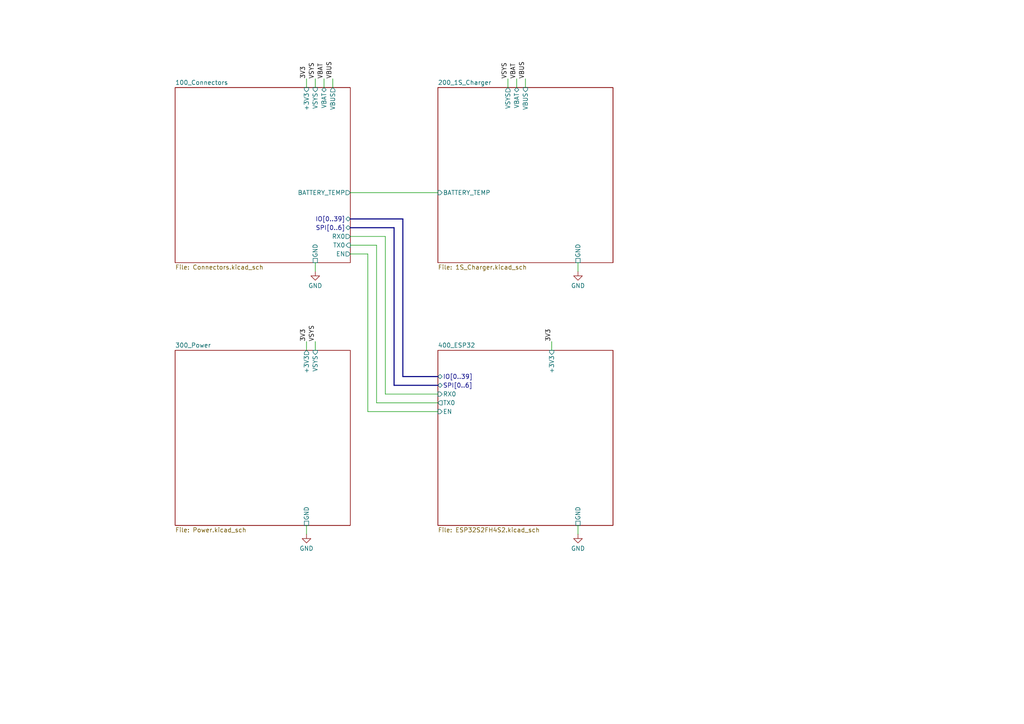
<source format=kicad_sch>
(kicad_sch (version 20230121) (generator eeschema)
  (paper "A4")
  (title_block (title "PSoM - ESP S3") (date "2023-04-17") (rev "HW00") (company "PumaCorp"))
  (lib_symbols
    (symbol "power:GND" (power) (pin_names (offset 0))
      (property "Value" "GND" (at 0 -3.81 0))
      (symbol "GND_0_1"
        (polyline (pts (xy 0 0) (xy 0 -1.27) (xy 1.27 -1.27) (xy 0 -2.54) (xy -1.27 -1.27) (xy 0 -1.27)))
      )
      (symbol "GND_1_1"
        (pin power_in line (at 0 0 270) (length 0) hide (name "GND") (number "1"))
      )
    )
  )
  (wire (pts (xy 127 114.3) (xy 111.76 114.3)))
  (wire (pts (xy 147.32 22.86) (xy 147.32 25.4)))
  (bus (pts (xy 114.3 111.76) (xy 127 111.76)))
  (wire (pts (xy 167.64 152.4) (xy 167.64 154.94)))
  (wire (pts (xy 93.98 22.86) (xy 93.98 25.4)))
  (wire (pts (xy 109.22 71.12) (xy 109.22 116.84)))
  (wire (pts (xy 96.52 22.86) (xy 96.52 25.4)))
  (wire (pts (xy 101.6 73.66) (xy 106.68 73.66)))
  (wire (pts (xy 91.44 76.2) (xy 91.44 78.74)))
  (wire (pts (xy 106.68 73.66) (xy 106.68 119.38)))
  (wire (pts (xy 111.76 114.3) (xy 111.76 68.58)))
  (wire (pts (xy 88.9 152.4) (xy 88.9 154.94)))
  (bus (pts (xy 116.84 109.22) (xy 116.84 63.5)))
  (bus (pts (xy 127 109.22) (xy 116.84 109.22)))
  (wire (pts (xy 106.68 119.38) (xy 127 119.38)))
  (wire (pts (xy 111.76 68.58) (xy 101.6 68.58)))
  (bus (pts (xy 114.3 66.04) (xy 114.3 111.76)))
  (wire (pts (xy 91.44 22.86) (xy 91.44 25.4)))
  (wire (pts (xy 167.64 76.2) (xy 167.64 78.74)))
  (wire (pts (xy 109.22 116.84) (xy 127 116.84)))
  (wire (pts (xy 101.6 71.12) (xy 109.22 71.12)))
  (wire (pts (xy 91.44 99.06) (xy 91.44 101.6)))
  (wire (pts (xy 152.4 22.86) (xy 152.4 25.4)))
  (bus (pts (xy 101.6 66.04) (xy 114.3 66.04)))
  (bus (pts (xy 116.84 63.5) (xy 101.6 63.5)))
  (wire (pts (xy 149.86 22.86) (xy 149.86 25.4)))
  (wire (pts (xy 101.6 55.88) (xy 127 55.88)))
  (wire (pts (xy 88.9 22.86) (xy 88.9 25.4)))
  (wire (pts (xy 160.02 99.06) (xy 160.02 101.6)))
  (wire (pts (xy 88.9 99.06) (xy 88.9 101.6)))
  (label "3V3" (at 88.9 22.86 90))
  (label "3V3" (at 88.9 99.06 90))
  (label "3V3" (at 160.02 99.06 90))
  (label "VBUS" (at 96.52 22.86 90))
  (label "VSYS" (at 147.32 22.86 90))
  (label "VBUS" (at 152.4 22.86 90))
  (label "VSYS" (at 91.44 22.86 90))
  (label "VSYS" (at 91.44 99.06 90))
  (label "VBAT" (at 149.86 22.86 90))
  (label "VBAT" (at 93.98 22.86 90))
  (symbol (lib_id "power:GND") (at 167.64 154.94 0) (unit 1)
    (property "Reference" "#PWR08" (effects hide))
    (property "Value" "GND" (at 167.64 159.0755 0))
  )
  (symbol (lib_id "power:GND") (at 91.44 78.74 0) (unit 1)
    (property "Reference" "#PWR06" (effects hide))
    (property "Value" "GND" (at 91.44 82.8755 0))
  )
  (symbol (lib_id "power:GND") (at 167.64 78.74 0) (unit 1)
    (property "Reference" "#PWR07" (effects hide))
    (property "Value" "GND" (at 167.64 82.8755 0))
  )
  (symbol (lib_id "power:GND") (at 88.9 154.94 0) (unit 1)
    (property "Reference" "#PWR09" (effects hide))
    (property "Value" "GND" (at 88.9 159.0755 0))
  )
  (sheet (at 127 25.4) (size 50.8 50.8) (stroke (width 0.1524))
    (property "Sheetname" "200_1S_Charger" (at 127 24.6884 0) (effects (justify left bottom)))
    (property "Sheetfile" "1S_Charger.kicad_sch" (at 127 76.7846 0) (effects (justify left top)))
    (pin "VSYS" output (at 147.32 25.4 90))
    (pin "VBUS" input (at 152.4 25.4 90))
    (pin "VBAT" bidirectional (at 149.86 25.4 90))
    (pin "GND" passive (at 167.64 76.2 270))
    (pin "BATTERY_TEMP" input (at 127 55.88 180))
  )
  (sheet (at 50.8 25.4) (size 50.8 50.8) (stroke (width 0.1524))
    (property "Sheetname" "100_Connectors" (at 50.8 24.6884 0) (effects (justify left bottom)))
    (property "Sheetfile" "Connectors.kicad_sch" (at 50.8 76.7846 0) (effects (justify left top)))
    (pin "VBAT" bidirectional (at 93.98 25.4 90))
    (pin "GND" passive (at 91.44 76.2 270))
    (pin "IO[0..39]" bidirectional (at 101.6 63.5 0))
    (pin "VBUS" output (at 96.52 25.4 90))
    (pin "+3V3" input (at 88.9 25.4 90))
    (pin "VSYS" input (at 91.44 25.4 90))
    (pin "TX0" input (at 101.6 71.12 0))
    (pin "RX0" output (at 101.6 68.58 0))
    (pin "SPI[0..6]" bidirectional (at 101.6 66.04 0))
    (pin "BATTERY_TEMP" output (at 101.6 55.88 0))
    (pin "EN" output (at 101.6 73.66 0))
  )
  (sheet (at 127 101.6) (size 50.8 50.8) (stroke (width 0.1524))
    (property "Sheetname" "400_ESP32" (at 127 100.8884 0) (effects (justify left bottom)))
    (property "Sheetfile" "ESP32S2FH4S2.kicad_sch" (at 127 152.9846 0) (effects (justify left top)))
    (pin "+3V3" input (at 160.02 101.6 90))
    (pin "GND" passive (at 167.64 152.4 270))
    (pin "IO[0..39]" bidirectional (at 127 109.22 180))
    (pin "RX0" input (at 127 114.3 180))
    (pin "TX0" output (at 127 116.84 180))
    (pin "SPI[0..6]" bidirectional (at 127 111.76 180))
    (pin "EN" input (at 127 119.38 180))
  )
  (sheet (at 50.8 101.6) (size 50.8 50.8) (stroke (width 0.1524))
    (property "Sheetname" "300_Power" (at 50.8 100.8884 0) (effects (justify left bottom)))
    (property "Sheetfile" "Power.kicad_sch" (at 50.8 152.9846 0) (effects (justify left top)))
    (pin "+3V3" output (at 88.9 101.6 90))
    (pin "VSYS" input (at 91.44 101.6 90))
    (pin "GND" passive (at 88.9 152.4 270))
  )
)
</source>
